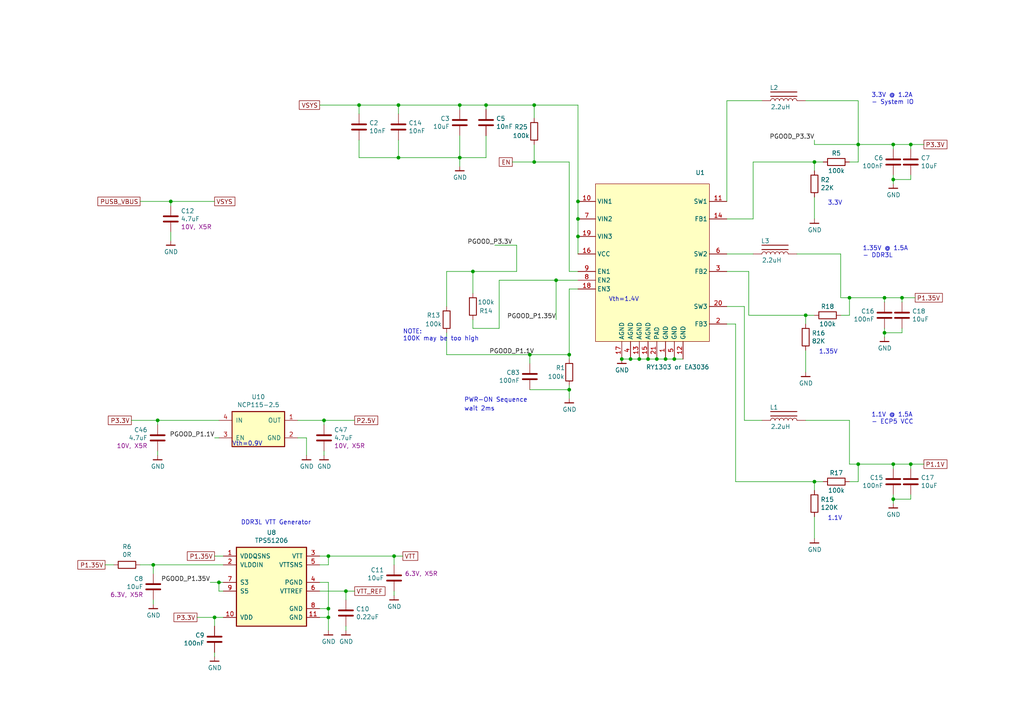
<source format=kicad_sch>
(kicad_sch (version 20231120) (generator "eeschema") (generator_version "8.0")
  (paper "A4")
  (title_block (date "2024-04-20"))
  (lib_symbols
    (symbol "0_L_1"
      (property "Reference" "L1" (at -2.794 2.794 0))
      (property "Value" "2.2uH" (at -2.54 -2.54 0))
      (symbol "0_L_1_0_1"
        (arc (start -1.905 0.635) (mid -2.354 0.449) (end -2.54 0))
        (arc (start -1.27 0) (mid -1.456 0.449) (end -1.905 0.635))
        (arc (start -0.635 0.635) (mid -1.084 0.449) (end -1.27 0))
        (arc (start 0 0) (mid -0.186 0.449) (end -0.635 0.635))
        (arc (start 0.635 0.635) (mid 0.186 0.449) (end 0 0))
        (arc (start 1.27 0) (mid 1.084 0.449) (end 0.635 0.635))
        (arc (start 1.905 0.635) (mid 1.456 0.449) (end 1.27 0))
        (arc (start 2.54 0) (mid 2.354 0.449) (end 1.905 0.635))
        (arc (start 3.175 0.635) (mid 2.726 0.449) (end 2.54 0))
        (arc (start 3.81 0) (mid 3.624 0.449) (end 3.175 0.635))
        (arc (start 4.445 0.635) (mid 3.996 0.449) (end 3.81 0))
        (arc (start 5.08 0) (mid 4.894 0.449) (end 4.445 0.635))
      )
      (symbol "0_L_1_1_0"
        (polyline (pts (xy -2.54 1.27) (xy 5.08 1.27)) (stroke (width 0.254)))
        (polyline (pts (xy 5.08 2.54) (xy -2.54 2.54)) (stroke (width 0.254)))
        (pin passive line (at 7.62 0 180) (length 2.54) (name "1") (number "1"))
        (pin passive line (at -5.08 0 0) (length 2.54) (name "2") (number "2"))
      )
    )
    (symbol "Device:C" (pin_numbers hide) (pin_names (offset 0.254))
      (property "Reference" "C" (at 0.635 2.54 0))
      (property "Value" "C" (at 0.635 -2.54 0))
      (symbol "C_0_1"
        (polyline (pts (xy -2.032 -0.762) (xy 2.032 -0.762)) (stroke (width 0.508)))
        (polyline (pts (xy -2.032 0.762) (xy 2.032 0.762)) (stroke (width 0.508)))
      )
      (symbol "C_1_1"
        (pin passive line (at 0 3.81 270) (length 2.794) (name "~") (number "1"))
        (pin passive line (at 0 -3.81 90) (length 2.794) (name "~") (number "2"))
      )
    )
    (symbol "Device:R" (pin_numbers hide) (pin_names (offset 0))
      (property "Reference" "R" (at 2.032 0 90))
      (property "Value" "R" (at 0 0 90))
      (symbol "R_0_1"
        (rectangle (start -1.016 -2.54) (end 1.016 2.54) (stroke (width 0.254)))
      )
      (symbol "R_1_1"
        (pin passive line (at 0 3.81 270) (length 1.27) (name "~") (number "1"))
        (pin passive line (at 0 -3.81 90) (length 1.27) (name "~") (number "2"))
      )
    )
    (symbol "OrangeCrab-rescue:GND-gkl_power" (power) (pin_names (offset 0))
      (property "Value" "GND-gkl_power" (at 0 -2.54 0))
      (symbol "GND-gkl_power_0_1"
        (polyline (pts (xy 0 -1.27) (xy 0 0)))
        (polyline (pts (xy 1.27 -1.27) (xy -1.27 -1.27)) (stroke (width 0.3048)))
      )
      (symbol "GND-gkl_power_1_1"
        (pin power_in line (at 0 0 270) (length 0) hide (name "GND") (number "1"))
      )
    )
    (symbol "OrangeCrab-rescue:NCP167-gkl_pmic" (pin_names (offset 1.016))
      (property "Reference" "U" (at 0 11.43 0))
      (property "Value" "gkl_pmic_NCP167" (at 0 8.89 0))
      (symbol "NCP167-gkl_pmic_0_1"
        (rectangle (start -7.62 5.08) (end 7.62 -5.08) (stroke (width 0.3048)) (fill (type background)))
      )
      (symbol "NCP167-gkl_pmic_1_1"
        (pin input line (at 11.43 2.54 180) (length 3.81) (name "OUT") (number "1"))
        (pin input line (at 11.43 -2.54 180) (length 3.81) (name "GND") (number "2"))
        (pin input line (at -11.43 -2.54 0) (length 3.81) (name "EN") (number "3"))
        (pin input line (at -11.43 2.54 0) (length 3.81) (name "IN") (number "4"))
      )
    )
    (symbol "OrangeCrab-rescue:TPS51206-gkl_pmic" (pin_names (offset 1.016))
      (property "Reference" "U" (at 0 16.51 0))
      (property "Value" "gkl_pmic_TPS51206" (at 0 13.97 0))
      (symbol "TPS51206-gkl_pmic_0_1"
        (rectangle (start -10.16 11.43) (end 10.16 -11.43) (stroke (width 0.3302)) (fill (type background)))
      )
      (symbol "TPS51206-gkl_pmic_1_1"
        (pin input line (at -13.97 8.89 0) (length 3.81) (name "VDDQSNS") (number "1"))
        (pin input line (at -13.97 -8.89 0) (length 3.81) (name "VDD") (number "10"))
        (pin input line (at 13.97 -8.89 180) (length 3.81) (name "GND") (number "11"))
        (pin input line (at -13.97 6.35 0) (length 3.81) (name "VLDOIN") (number "2"))
        (pin input line (at 13.97 8.89 180) (length 3.81) (name "VTT") (number "3"))
        (pin input line (at 13.97 1.27 180) (length 3.81) (name "PGND") (number "4"))
        (pin input line (at 13.97 6.35 180) (length 3.81) (name "VTTSNS") (number "5"))
        (pin input line (at 13.97 -1.27 180) (length 3.81) (name "VTTREF") (number "6"))
        (pin input line (at -13.97 1.27 0) (length 3.81) (name "S3") (number "7"))
        (pin input line (at 13.97 -6.35 180) (length 3.81) (name "GND") (number "8"))
        (pin input line (at -13.97 -1.27 0) (length 3.81) (name "S5") (number "9"))
      )
    )
    (symbol "Periph-altium-import:0_EA3036"
      (property "Value" "0_EA3036" (at 0 0 0))
      (symbol "0_EA3036_1_0"
        (rectangle (start 33.02 0) (end 0 -45.72) (fill (type background)))
        (pin passive line (at 12.7 -50.8 90) (length 5.08) (name "GND") (number "1"))
        (pin passive line (at 38.1 -5.08 180) (length 5.08) (name "VIN1") (number "10"))
        (pin passive line (at -5.08 -5.08 0) (length 5.08) (name "SW1") (number "11"))
        (pin passive line (at 7.62 -50.8 90) (length 5.08) (name "GND") (number "12"))
        (pin passive line (at 20.32 -50.8 90) (length 5.08) (name "AGND") (number "13"))
        (pin passive line (at -5.08 -10.16 0) (length 5.08) (name "FB1") (number "14"))
        (pin passive line (at 17.78 -50.8 90) (length 5.08) (name "AGND") (number "15"))
        (pin passive line (at 38.1 -20.32 180) (length 5.08) (name "VCC") (number "16"))
        (pin passive line (at 25.4 -50.8 90) (length 5.08) (name "AGND") (number "17"))
        (pin passive line (at 38.1 -30.48 180) (length 5.08) (name "EN3") (number "18"))
        (pin passive line (at 38.1 -15.24 180) (length 5.08) (name "VIN3") (number "19"))
        (pin passive line (at -5.08 -40.64 0) (length 5.08) (name "FB3") (number "2"))
        (pin passive line (at -5.08 -35.56 0) (length 5.08) (name "SW3") (number "20"))
        (pin passive line (at 15.24 -50.8 90) (length 5.08) (name "PAD") (number "21"))
        (pin passive line (at -5.08 -25.4 0) (length 5.08) (name "FB2") (number "3"))
        (pin passive line (at 22.86 -50.8 90) (length 5.08) (name "AGND") (number "4"))
        (pin passive line (at 10.16 -50.8 90) (length 5.08) (name "GND") (number "5"))
        (pin passive line (at -5.08 -20.32 0) (length 5.08) (name "SW2") (number "6"))
        (pin passive line (at 38.1 -10.16 180) (length 5.08) (name "VIN2") (number "7"))
        (pin passive line (at 38.1 -27.94 180) (length 5.08) (name "EN2") (number "8"))
        (pin passive line (at 38.1 -25.4 180) (length 5.08) (name "EN1") (number "9"))
      )
    )
  )
  (junction (at 246.38 86.36))
  (junction (at 154.94 46.99))
  (junction (at 259.08 144.78))
  (junction (at 264.16 134.62))
  (junction (at 259.08 41.91))
  (junction (at 256.54 86.36))
  (junction (at 165.1 113.03))
  (junction (at 193.04 104.14))
  (junction (at 154.94 30.48))
  (junction (at 153.67 102.87))
  (junction (at 236.22 139.7))
  (junction (at 44.45 163.83))
  (junction (at 63.5 168.91))
  (junction (at 195.58 104.14))
  (junction (at 190.5 104.14))
  (junction (at 100.33 171.45))
  (junction (at 264.16 41.91))
  (junction (at 104.14 30.48))
  (junction (at 95.25 176.53))
  (junction (at 233.68 91.44))
  (junction (at 133.35 45.72))
  (junction (at 165.1 102.87))
  (junction (at 115.57 30.48))
  (junction (at 261.62 86.36))
  (junction (at 140.97 30.48))
  (junction (at 248.92 41.91))
  (junction (at 137.16 78.74))
  (junction (at 115.57 45.72))
  (junction (at 185.42 104.14))
  (junction (at 49.53 58.42))
  (junction (at 62.23 179.07))
  (junction (at 167.64 68.58))
  (junction (at 236.22 46.99))
  (junction (at 187.96 104.14))
  (junction (at 259.08 52.07))
  (junction (at 182.88 104.14))
  (junction (at 256.54 96.52))
  (junction (at 248.92 134.62))
  (junction (at 259.08 134.62))
  (junction (at 95.25 161.29))
  (junction (at 167.64 58.42))
  (junction (at 161.29 81.28))
  (junction (at 95.25 179.07))
  (junction (at 45.72 121.92))
  (junction (at 114.3 161.29))
  (junction (at 167.64 63.5))
  (junction (at 180.34 104.14))
  (junction (at 133.35 30.48))
  (junction (at 93.98 121.92))
  (wire (pts (xy 64.77 168.91) (xy 63.5 168.91)))
  (wire (pts (xy 246.38 121.92) (xy 246.38 134.62)))
  (wire (pts (xy 154.94 46.99) (xy 165.1 46.99)))
  (wire (pts (xy 143.51 71.12) (xy 149.86 71.12)))
  (wire (pts (xy 236.22 49.53) (xy 236.22 46.99)))
  (wire (pts (xy 236.22 57.15) (xy 236.22 63.5)))
  (wire (pts (xy 233.68 101.6) (xy 233.68 107.95)))
  (wire (pts (xy 86.36 121.92) (xy 93.98 121.92)))
  (wire (pts (xy 167.64 83.82) (xy 165.1 83.82)))
  (wire (pts (xy 259.08 135.89) (xy 259.08 134.62)))
  (wire (pts (xy 63.5 171.45) (xy 63.5 168.91)))
  (wire (pts (xy 261.62 86.36) (xy 265.43 86.36)))
  (wire (pts (xy 144.78 81.28) (xy 144.78 95.25)))
  (wire (pts (xy 92.71 176.53) (xy 95.25 176.53)))
  (wire (pts (xy 62.23 179.07) (xy 62.23 181.61)))
  (wire (pts (xy 190.5 104.14) (xy 193.04 104.14)))
  (wire (pts (xy 246.38 134.62) (xy 248.92 134.62)))
  (wire (pts (xy 153.67 102.87) (xy 129.54 102.87)))
  (wire (pts (xy 165.1 113.03) (xy 165.1 115.57)))
  (wire (pts (xy 140.97 39.37) (xy 140.97 45.72)))
  (wire (pts (xy 63.5 168.91) (xy 60.96 168.91)))
  (wire (pts (xy 264.16 134.62) (xy 267.97 134.62)))
  (wire (pts (xy 264.16 144.78) (xy 259.08 144.78)))
  (wire (pts (xy 217.17 91.44) (xy 233.68 91.44)))
  (wire (pts (xy 140.97 45.72) (xy 133.35 45.72)))
  (wire (pts (xy 233.68 93.98) (xy 233.68 91.44)))
  (wire (pts (xy 231.14 73.66) (xy 243.84 73.66)))
  (wire (pts (xy 213.36 93.98) (xy 213.36 139.7)))
  (wire (pts (xy 64.77 179.07) (xy 62.23 179.07)))
  (wire (pts (xy 165.1 83.82) (xy 165.1 102.87)))
  (wire (pts (xy 62.23 190.5) (xy 62.23 189.23)))
  (wire (pts (xy 210.82 29.21) (xy 220.98 29.21)))
  (wire (pts (xy 114.3 172.72) (xy 114.3 171.45)))
  (wire (pts (xy 115.57 40.64) (xy 115.57 45.72)))
  (wire (pts (xy 259.08 50.8) (xy 259.08 52.07)))
  (wire (pts (xy 218.44 46.99) (xy 218.44 63.5)))
  (wire (pts (xy 215.9 88.9) (xy 210.82 88.9)))
  (wire (pts (xy 236.22 139.7) (xy 238.76 139.7)))
  (wire (pts (xy 154.94 30.48) (xy 140.97 30.48)))
  (wire (pts (xy 45.72 130.81) (xy 45.72 132.08)))
  (wire (pts (xy 62.23 58.42) (xy 49.53 58.42)))
  (wire (pts (xy 95.25 176.53) (xy 95.25 179.07)))
  (wire (pts (xy 114.3 161.29) (xy 116.84 161.29)))
  (wire (pts (xy 233.68 121.92) (xy 246.38 121.92)))
  (wire (pts (xy 104.14 30.48) (xy 104.14 33.02)))
  (wire (pts (xy 148.59 46.99) (xy 154.94 46.99)))
  (wire (pts (xy 165.1 78.74) (xy 167.64 78.74)))
  (wire (pts (xy 45.72 121.92) (xy 63.5 121.92)))
  (wire (pts (xy 236.22 149.86) (xy 236.22 156.21)))
  (wire (pts (xy 246.38 139.7) (xy 248.92 139.7)))
  (wire (pts (xy 92.71 179.07) (xy 95.25 179.07)))
  (wire (pts (xy 133.35 39.37) (xy 133.35 45.72)))
  (wire (pts (xy 213.36 139.7) (xy 236.22 139.7)))
  (wire (pts (xy 256.54 95.25) (xy 256.54 96.52)))
  (wire (pts (xy 167.64 58.42) (xy 167.64 30.48)))
  (wire (pts (xy 44.45 175.26) (xy 44.45 173.99)))
  (wire (pts (xy 264.16 143.51) (xy 264.16 144.78)))
  (wire (pts (xy 248.92 139.7) (xy 248.92 134.62)))
  (wire (pts (xy 92.71 171.45) (xy 100.33 171.45)))
  (wire (pts (xy 256.54 87.63) (xy 256.54 86.36)))
  (wire (pts (xy 259.08 52.07) (xy 259.08 53.34)))
  (wire (pts (xy 93.98 123.19) (xy 93.98 121.92)))
  (wire (pts (xy 153.67 102.87) (xy 153.67 105.41)))
  (wire (pts (xy 45.72 121.92) (xy 38.1 121.92)))
  (wire (pts (xy 149.86 78.74) (xy 137.16 78.74)))
  (wire (pts (xy 261.62 96.52) (xy 256.54 96.52)))
  (wire (pts (xy 167.64 63.5) (xy 167.64 68.58)))
  (wire (pts (xy 49.53 67.31) (xy 49.53 69.85)))
  (wire (pts (xy 100.33 182.88) (xy 100.33 181.61)))
  (wire (pts (xy 44.45 163.83) (xy 40.64 163.83)))
  (wire (pts (xy 49.53 58.42) (xy 49.53 59.69)))
  (wire (pts (xy 115.57 30.48) (xy 133.35 30.48)))
  (wire (pts (xy 104.14 40.64) (xy 104.14 45.72)))
  (wire (pts (xy 259.08 144.78) (xy 259.08 146.05)))
  (wire (pts (xy 180.34 104.14) (xy 182.88 104.14)))
  (wire (pts (xy 233.68 91.44) (xy 236.22 91.44)))
  (wire (pts (xy 115.57 45.72) (xy 104.14 45.72)))
  (wire (pts (xy 95.25 161.29) (xy 95.25 163.83)))
  (wire (pts (xy 165.1 102.87) (xy 165.1 104.14)))
  (wire (pts (xy 246.38 86.36) (xy 256.54 86.36)))
  (wire (pts (xy 140.97 31.75) (xy 140.97 30.48)))
  (wire (pts (xy 193.04 104.14) (xy 195.58 104.14)))
  (wire (pts (xy 215.9 121.92) (xy 215.9 88.9)))
  (wire (pts (xy 165.1 46.99) (xy 165.1 78.74)))
  (wire (pts (xy 259.08 43.18) (xy 259.08 41.91)))
  (wire (pts (xy 259.08 143.51) (xy 259.08 144.78)))
  (wire (pts (xy 210.82 78.74) (xy 217.17 78.74)))
  (wire (pts (xy 210.82 73.66) (xy 218.44 73.66)))
  (wire (pts (xy 95.25 179.07) (xy 95.25 182.88)))
  (wire (pts (xy 243.84 91.44) (xy 246.38 91.44)))
  (wire (pts (xy 133.35 30.48) (xy 140.97 30.48)))
  (wire (pts (xy 129.54 78.74) (xy 137.16 78.74)))
  (wire (pts (xy 137.16 85.09) (xy 137.16 78.74)))
  (wire (pts (xy 45.72 123.19) (xy 45.72 121.92)))
  (wire (pts (xy 129.54 88.9) (xy 129.54 78.74)))
  (wire (pts (xy 248.92 46.99) (xy 248.92 41.91)))
  (wire (pts (xy 86.36 127) (xy 88.9 127)))
  (wire (pts (xy 92.71 161.29) (xy 95.25 161.29)))
  (wire (pts (xy 100.33 171.45) (xy 102.87 171.45)))
  (wire (pts (xy 161.29 81.28) (xy 144.78 81.28)))
  (wire (pts (xy 246.38 91.44) (xy 246.38 86.36)))
  (wire (pts (xy 261.62 87.63) (xy 261.62 86.36)))
  (wire (pts (xy 264.16 43.18) (xy 264.16 41.91)))
  (wire (pts (xy 64.77 171.45) (xy 63.5 171.45)))
  (wire (pts (xy 149.86 71.12) (xy 149.86 78.74)))
  (wire (pts (xy 264.16 52.07) (xy 259.08 52.07)))
  (wire (pts (xy 264.16 50.8) (xy 264.16 52.07)))
  (wire (pts (xy 92.71 30.48) (xy 104.14 30.48)))
  (wire (pts (xy 259.08 41.91) (xy 264.16 41.91)))
  (wire (pts (xy 95.25 168.91) (xy 95.25 176.53)))
  (wire (pts (xy 246.38 46.99) (xy 248.92 46.99)))
  (wire (pts (xy 243.84 86.36) (xy 246.38 86.36)))
  (wire (pts (xy 185.42 104.14) (xy 187.96 104.14)))
  (wire (pts (xy 165.1 111.76) (xy 165.1 113.03)))
  (wire (pts (xy 187.96 104.14) (xy 190.5 104.14)))
  (wire (pts (xy 154.94 34.29) (xy 154.94 30.48)))
  (wire (pts (xy 93.98 130.81) (xy 93.98 132.08)))
  (wire (pts (xy 165.1 102.87) (xy 153.67 102.87)))
  (wire (pts (xy 236.22 142.24) (xy 236.22 139.7)))
  (wire (pts (xy 215.9 121.92) (xy 220.98 121.92)))
  (wire (pts (xy 256.54 96.52) (xy 256.54 97.79)))
  (wire (pts (xy 44.45 163.83) (xy 44.45 166.37)))
  (wire (pts (xy 133.35 45.72) (xy 115.57 45.72)))
  (wire (pts (xy 167.64 68.58) (xy 167.64 73.66)))
  (wire (pts (xy 62.23 179.07) (xy 57.15 179.07)))
  (wire (pts (xy 88.9 127) (xy 88.9 132.08)))
  (wire (pts (xy 153.67 113.03) (xy 165.1 113.03)))
  (wire (pts (xy 218.44 46.99) (xy 236.22 46.99)))
  (wire (pts (xy 161.29 81.28) (xy 167.64 81.28)))
  (wire (pts (xy 62.23 161.29) (xy 64.77 161.29)))
  (wire (pts (xy 114.3 161.29) (xy 114.3 163.83)))
  (wire (pts (xy 137.16 95.25) (xy 137.16 92.71)))
  (wire (pts (xy 115.57 30.48) (xy 115.57 33.02)))
  (wire (pts (xy 92.71 168.91) (xy 95.25 168.91)))
  (wire (pts (xy 40.64 58.42) (xy 49.53 58.42)))
  (wire (pts (xy 144.78 95.25) (xy 137.16 95.25)))
  (wire (pts (xy 133.35 31.75) (xy 133.35 30.48)))
  (wire (pts (xy 236.22 41.91) (xy 248.92 41.91)))
  (wire (pts (xy 44.45 163.83) (xy 64.77 163.83)))
  (wire (pts (xy 95.25 163.83) (xy 92.71 163.83)))
  (wire (pts (xy 259.08 134.62) (xy 264.16 134.62)))
  (wire (pts (xy 100.33 173.99) (xy 100.33 171.45)))
  (wire (pts (xy 154.94 30.48) (xy 167.64 30.48)))
  (wire (pts (xy 129.54 102.87) (xy 129.54 96.52)))
  (wire (pts (xy 167.64 58.42) (xy 167.64 63.5)))
  (wire (pts (xy 248.92 41.91) (xy 259.08 41.91)))
  (wire (pts (xy 104.14 30.48) (xy 115.57 30.48)))
  (wire (pts (xy 210.82 93.98) (xy 213.36 93.98)))
  (wire (pts (xy 248.92 134.62) (xy 259.08 134.62)))
  (wire (pts (xy 195.58 104.14) (xy 198.12 104.14)))
  (wire (pts (xy 261.62 95.25) (xy 261.62 96.52)))
  (wire (pts (xy 63.5 127) (xy 62.23 127)))
  (wire (pts (xy 93.98 121.92) (xy 102.87 121.92)))
  (wire (pts (xy 264.16 41.91) (xy 267.97 41.91)))
  (wire (pts (xy 95.25 161.29) (xy 114.3 161.29)))
  (wire (pts (xy 133.35 45.72) (xy 133.35 48.26)))
  (wire (pts (xy 243.84 73.66) (xy 243.84 86.36)))
  (wire (pts (xy 248.92 29.21) (xy 248.92 41.91)))
  (wire (pts (xy 182.88 104.14) (xy 185.42 104.14)))
  (wire (pts (xy 33.02 163.83) (xy 30.48 163.83)))
  (wire (pts (xy 233.68 29.21) (xy 248.92 29.21)))
  (wire (pts (xy 256.54 86.36) (xy 261.62 86.36)))
  (wire (pts (xy 236.22 40.64) (xy 236.22 41.91)))
  (wire (pts (xy 264.16 135.89) (xy 264.16 134.62)))
  (wire (pts (xy 154.94 41.91) (xy 154.94 46.99)))
  (wire (pts (xy 161.29 92.71) (xy 161.29 81.28)))
  (wire (pts (xy 210.82 29.21) (xy 210.82 58.42)))
  (wire (pts (xy 236.22 46.99) (xy 238.76 46.99)))
  (wire (pts (xy 218.44 63.5) (xy 210.82 63.5)))
  (wire (pts (xy 217.17 78.74) (xy 217.17 91.44)))
  (text "1.1V @ 1.5A\n- ECP5 VCC\n" (at 252.73 123.19 0) (effects (font (size 1.27 1.27)) (justify left bottom)))
  (text "PWR-ON Sequence" (at 134.62 116.84 0) (effects (font (size 1.27 1.27)) (justify left bottom)))
  (text "NOTE:\n100K may be too high" (at 116.84 99.06 0) (effects (font (size 1.27 1.27)) (justify left bottom)))
  (text "1.35V @ 1.5A\n- DDR3L" (at 250.19 74.93 0) (effects (font (size 1.27 1.27)) (justify left bottom)))
  (text "DDR3L VTT Generator" (at 69.85 152.4 0) (effects (font (size 1.27 1.27)) (justify left bottom)))
  (text "1.1V" (at 240.03 151.13 0) (effects (font (size 1.27 1.27)) (justify left bottom)))
  (text "3.3V @ 1.2A\n- System IO\n" (at 252.73 30.48 0) (effects (font (size 1.27 1.27)) (justify left bottom)))
  (text "3.3V" (at 240.03 59.69 0) (effects (font (size 1.27 1.27)) (justify left bottom)))
  (text "wait 2ms" (at 134.62 119.38 0) (effects (font (size 1.27 1.27)) (justify left bottom)))
  (text "Vth=1.4V" (at 176.53 87.63 0) (effects (font (size 1.27 1.27)) (justify left bottom)))
  (text "1.35V" (at 237.49 102.87 0) (effects (font (size 1.27 1.27)) (justify left bottom)))
  (text "Vth=0.9V" (at 67.31 129.54 0) (effects (font (size 1.27 1.27)) (justify left bottom)))
  (label "PGOOD_P3.3V" (at 236.22 40.64 180))
  (label "PGOOD_P1.1V" (at 62.23 127 180))
  (label "PGOOD_P1.1V" (at 154.94 102.87 180))
  (label "PGOOD_P1.35V" (at 161.29 92.71 180))
  (label "PGOOD_P3.3V" (at 148.59 71.12 180))
  (label "PGOOD_P1.35V" (at 60.96 168.91 180))
  (global_label "P3.3V" (shape passive) (at 267.97 41.91 0) (property "Intersheetrefs" "${INTERSHEET_REFS}" (effects (hide yes))))
  (global_label "P1.35V" (shape passive) (at 62.23 161.29 180) (property "Intersheetrefs" "${INTERSHEET_REFS}" (effects (hide yes))))
  (global_label "P3.3V" (shape passive) (at 38.1 121.92 180) (property "Intersheetrefs" "${INTERSHEET_REFS}" (effects (hide yes))))
  (global_label "VTT" (shape passive) (at 116.84 161.29 0) (property "Intersheetrefs" "${INTERSHEET_REFS}" (effects (hide yes))))
  (global_label "P1.35V" (shape passive) (at 265.43 86.36 0) (property "Intersheetrefs" "${INTERSHEET_REFS}" (effects (hide yes))))
  (global_label "PUSB_VBUS" (shape passive) (at 40.64 58.42 180) (property "Intersheetrefs" "${INTERSHEET_REFS}" (effects (hide yes))))
  (global_label "P3.3V" (shape passive) (at 57.15 179.07 180) (property "Intersheetrefs" "${INTERSHEET_REFS}" (effects (hide yes))))
  (global_label "VSYS" (shape passive) (at 62.23 58.42 0) (property "Intersheetrefs" "${INTERSHEET_REFS}" (effects (hide yes))))
  (global_label "P2.5V" (shape passive) (at 102.87 121.92 0) (property "Intersheetrefs" "${INTERSHEET_REFS}" (effects (hide yes))))
  (global_label "P1.1V" (shape passive) (at 267.97 134.62 0) (property "Intersheetrefs" "${INTERSHEET_REFS}" (effects (hide yes))))
  (global_label "P1.35V" (shape passive) (at 30.48 163.83 180) (property "Intersheetrefs" "${INTERSHEET_REFS}" (effects (hide yes))))
  (global_label "VSYS" (shape passive) (at 92.71 30.48 180) (property "Intersheetrefs" "${INTERSHEET_REFS}" (effects (hide yes))))
  (global_label "EN" (shape passive) (at 148.59 46.99 180) (property "Intersheetrefs" "${INTERSHEET_REFS}" (effects (hide yes))))
  (global_label "VTT_REF" (shape passive) (at 102.87 171.45 0) (property "Intersheetrefs" "${INTERSHEET_REFS}" (effects (hide yes))))
  (symbol (lib_id "Device:R") (at 236.22 53.34 0) (unit 1)
    (property "Reference" "R2" (at 237.998 52.1716 0) (effects (justify left)))
    (property "Value" "22K" (at 237.998 54.483 0) (effects (justify left)))
    (property "Footprint" "Resistor_SMD:R_0201_0603Metric" (effects (hide yes)))
    (property "Mfg" "‎Yageo‎" (effects (hide yes)))
  )
  (symbol (lib_id "Device:R") (at 242.57 46.99 270) (unit 1)
    (property "Reference" "R5" (at 242.57 44.45 90))
    (property "Value" "100k" (at 242.57 49.53 90))
    (property "Footprint" "Resistor_SMD:R_0201_0603Metric" (effects (hide yes)))
    (property "Mfg" "‎Yageo‎" (effects (hide yes)))
    (property "PN" "RC0201FR-07100KL" (effects (hide yes)))
  )
  (symbol (lib_id "OrangeCrab-rescue:GND-gkl_power") (at 259.08 53.34 0) (unit 1)
    (property "Reference" "#PWR0109" (effects (hide yes)))
    (property "Value" "GND" (at 259.1562 56.5404 0))
  )
  (symbol (lib_id "Device:C") (at 264.16 46.99 180) (unit 1)
    (property "Reference" "C7" (at 267.081 45.8216 0) (effects (justify right)))
    (property "Value" "10uF" (at 267.081 48.133 0) (effects (justify right)))
    (property "Footprint" "Capacitor_SMD:C_0402_1005Metric" (effects (hide yes)))
    (property "Mfg" "Murata Electronics North America" (effects (hide yes)))
    (property "PN" "GRM155R60J106ME15D" (effects (hide yes)))
  )
  (symbol (lib_id "OrangeCrab-rescue:GND-gkl_power") (at 236.22 63.5 0) (unit 1)
    (property "Reference" "#PWR0111" (effects (hide yes)))
    (property "Value" "GND" (at 236.2962 66.7004 0))
  )
  (symbol (lib_id "OrangeCrab-rescue:TPS51206-gkl_pmic") (at 78.74 170.18 0) (unit 1)
    (property "Reference" "U8" (at 78.74 154.4574 0))
    (property "Value" "TPS51206" (at 78.74 156.7688 0))
    (property "Footprint" "gkl_housings_dfn:WSON-10-1EP_2x2mm_P0.4mm" (effects (hide yes)))
    (property "PN" "TPS51206DSQR" (effects (hide yes)))
    (property "Mfg" "Texas Instruments" (effects (hide yes)))
  )
  (symbol (lib_id "Device:C") (at 44.45 170.18 0) (mirror x) (unit 1)
    (property "Reference" "C8" (at 41.5544 167.8686 0) (effects (justify right)))
    (property "Value" "10uF" (at 41.5544 170.18 0) (effects (justify right)))
    (property "Footprint" "Capacitor_SMD:C_0402_1005Metric" (effects (hide yes)))
    (property "Info" "6.3V, X5R" (at 41.5544 172.4914 0) (effects (justify right)))
    (property "Mfg" "Murata Electronics North America" (effects (hide yes)))
    (property "PN" "GRM155R60J106ME15D" (effects (hide yes)))
  )
  (symbol (lib_id "Device:R") (at 36.83 163.83 270) (unit 1)
    (property "Reference" "R6" (at 36.83 158.5722 90))
    (property "Value" "0R" (at 36.83 160.8836 90))
    (property "Footprint" "Resistor_SMD:R_0402_1005Metric" (effects (hide yes)))
    (property "Mfg" "‎Yageo‎" (effects (hide yes)))
    (property "PN" "RC0402FR-070RL" (effects (hide yes)))
  )
  (symbol (lib_id "OrangeCrab-rescue:GND-gkl_power") (at 44.45 175.26 0) (unit 1)
    (property "Reference" "#PWR0114" (effects (hide yes)))
    (property "Value" "GND" (at 44.5262 178.4604 0))
  )
  (symbol (lib_id "OrangeCrab-rescue:GND-gkl_power") (at 62.23 190.5 0) (unit 1)
    (property "Reference" "#PWR0115" (effects (hide yes)))
    (property "Value" "GND" (at 62.3062 193.7004 0))
  )
  (symbol (lib_id "OrangeCrab-rescue:GND-gkl_power") (at 95.25 182.88 0) (unit 1)
    (property "Reference" "#PWR0116" (effects (hide yes)))
    (property "Value" "GND" (at 95.3262 186.0804 0))
  )
  (symbol (lib_id "OrangeCrab-rescue:GND-gkl_power") (at 100.33 182.88 0) (unit 1)
    (property "Reference" "#PWR0117" (effects (hide yes)))
    (property "Value" "GND" (at 100.4062 186.0804 0))
  )
  (symbol (lib_id "Device:C") (at 114.3 167.64 0) (mirror x) (unit 1)
    (property "Reference" "C11" (at 111.4044 165.3286 0) (effects (justify right)))
    (property "Value" "10uF" (at 111.4044 167.64 0) (effects (justify right)))
    (property "Footprint" "Capacitor_SMD:C_0402_1005Metric" (effects (hide yes)))
    (property "Info" "6.3V, X5R" (at 127 166.37 0) (effects (justify right)))
    (property "Mfg" "Murata Electronics North America" (effects (hide yes)))
    (property "PN" "GRM155R60J106ME15D" (effects (hide yes)))
  )
  (symbol (lib_id "OrangeCrab-rescue:GND-gkl_power") (at 114.3 172.72 0) (unit 1)
    (property "Reference" "#PWR0118" (effects (hide yes)))
    (property "Value" "GND" (at 114.3762 175.9204 0))
  )
  (symbol (lib_id "Device:C") (at 100.33 177.8 180) (unit 1)
    (property "Reference" "C10" (at 103.251 176.6316 0) (effects (justify right)))
    (property "Value" "0.22uF" (at 103.251 178.943 0) (effects (justify right)))
    (property "Footprint" "Capacitor_SMD:C_0201_0603Metric" (effects (hide yes)))
    (property "Mfg" "Samsung Electro-Mechanics" (effects (hide yes)))
    (property "PN" "CL03A224MQ3NNNC" (effects (hide yes)))
  )
  (symbol (lib_id "Device:C") (at 62.23 185.42 0) (mirror x) (unit 1)
    (property "Reference" "C9" (at 59.3344 184.2516 0) (effects (justify right)))
    (property "Value" "100nF" (at 59.3344 186.563 0) (effects (justify right)))
    (property "Footprint" "Capacitor_SMD:C_0201_0603Metric" (effects (hide yes)))
    (property "Mfg" "Samsung Electro-Mechanics" (effects (hide yes)))
    (property "PN" "CL03A104KQ3NNNC" (effects (hide yes)))
  )
  (symbol (lib_id "Device:C") (at 49.53 63.5 0) (unit 1)
    (property "Reference" "C12" (at 52.451 61.1886 0) (effects (justify left)))
    (property "Value" "4.7uF" (at 52.451 63.5 0) (effects (justify left)))
    (property "Footprint" "Capacitor_SMD:C_0402_1005Metric" (effects (hide yes)))
    (property "Info" "10V, X5R" (at 52.451 65.8114 0) (effects (justify left)))
    (property "Mfg" "Murata Electronics North America" (effects (hide yes)))
    (property "PN" "GRM155R61A475MEAAD" (effects (hide yes)))
  )
  (symbol (lib_id "OrangeCrab-rescue:GND-gkl_power") (at 49.53 69.85 0) (unit 1)
    (property "Reference" "#PWR0124" (effects (hide yes)))
    (property "Value" "GND" (at 49.6062 73.0504 0))
  )
  (symbol (lib_id "Device:R") (at 233.68 97.79 0) (unit 1)
    (property "Reference" "R16" (at 235.458 96.6216 0) (effects (justify left)))
    (property "Value" "82K" (at 235.458 98.933 0) (effects (justify left)))
    (property "Footprint" "Resistor_SMD:R_0201_0603Metric" (effects (hide yes)))
    (property "Mfg" "‎Yageo‎" (effects (hide yes)))
  )
  (symbol (lib_id "Device:R") (at 240.03 91.44 270) (unit 1)
    (property "Reference" "R18" (at 240.03 88.9 90))
    (property "Value" "100k" (at 240.03 93.98 90))
    (property "Footprint" "Resistor_SMD:R_0201_0603Metric" (effects (hide yes)))
    (property "Mfg" "‎Yageo‎" (effects (hide yes)))
    (property "PN" "RC0201FR-07100KL" (effects (hide yes)))
  )
  (symbol (lib_id "OrangeCrab-rescue:GND-gkl_power") (at 256.54 97.79 0) (unit 1)
    (property "Reference" "#PWR0102" (effects (hide yes)))
    (property "Value" "GND" (at 256.6162 100.9904 0))
  )
  (symbol (lib_id "Device:C") (at 261.62 91.44 180) (unit 1)
    (property "Reference" "C18" (at 264.541 90.2716 0) (effects (justify right)))
    (property "Value" "10uF" (at 264.541 92.583 0) (effects (justify right)))
    (property "Footprint" "Capacitor_SMD:C_0402_1005Metric" (effects (hide yes)))
    (property "Mfg" "Murata Electronics North America" (effects (hide yes)))
    (property "PN" "GRM155R60J106ME15D" (effects (hide yes)))
  )
  (symbol (lib_id "Device:R") (at 137.16 88.9 0) (mirror y) (unit 1)
    (property "Reference" "R14" (at 140.97 90.17 0))
    (property "Value" "100k" (at 140.97 87.63 0))
    (property "Footprint" "Resistor_SMD:R_0201_0603Metric" (effects (hide yes)))
    (property "Mfg" "‎Yageo‎" (effects (hide yes)))
    (property "PN" "RC0201FR-07100KL" (effects (hide yes)))
  )
  (symbol (lib_id "OrangeCrab-rescue:GND-gkl_power") (at 233.68 107.95 0) (unit 1)
    (property "Reference" "#PWR0106" (effects (hide yes)))
    (property "Value" "GND" (at 233.7562 111.1504 0))
  )
  (symbol (lib_id "Device:R") (at 236.22 146.05 0) (unit 1)
    (property "Reference" "R15" (at 237.998 144.8816 0) (effects (justify left)))
    (property "Value" "120K" (at 237.998 147.193 0) (effects (justify left)))
    (property "Footprint" "Resistor_SMD:R_0201_0603Metric" (effects (hide yes)))
    (property "Mfg" "‎Yageo‎" (effects (hide yes)))
  )
  (symbol (lib_id "Device:R") (at 242.57 139.7 270) (unit 1)
    (property "Reference" "R17" (at 242.57 137.16 90))
    (property "Value" "100k" (at 242.57 142.24 90))
    (property "Footprint" "Resistor_SMD:R_0201_0603Metric" (effects (hide yes)))
    (property "Mfg" "‎Yageo‎" (effects (hide yes)))
    (property "PN" "RC0201FR-07100KL" (effects (hide yes)))
  )
  (symbol (lib_id "OrangeCrab-rescue:GND-gkl_power") (at 259.08 146.05 0) (unit 1)
    (property "Reference" "#PWR0112" (effects (hide yes)))
    (property "Value" "GND" (at 259.1562 149.2504 0))
  )
  (symbol (lib_id "Device:C") (at 264.16 139.7 180) (unit 1)
    (property "Reference" "C17" (at 267.081 138.5316 0) (effects (justify right)))
    (property "Value" "10uF" (at 267.081 140.843 0) (effects (justify right)))
    (property "Footprint" "Capacitor_SMD:C_0402_1005Metric" (effects (hide yes)))
    (property "Mfg" "Murata Electronics North America" (effects (hide yes)))
    (property "PN" "GRM155R60J106ME15D" (effects (hide yes)))
  )
  (symbol (lib_id "OrangeCrab-rescue:GND-gkl_power") (at 133.35 48.26 0) (unit 1)
    (property "Reference" "#PWR0113" (effects (hide yes)))
    (property "Value" "GND" (at 133.4262 51.4604 0))
  )
  (symbol (lib_id "OrangeCrab-rescue:GND-gkl_power") (at 236.22 156.21 0) (unit 1)
    (property "Reference" "#PWR0119" (effects (hide yes)))
    (property "Value" "GND" (at 236.2962 159.4104 0))
  )
  (symbol (lib_id "Device:C") (at 133.35 35.56 0) (mirror x) (unit 1)
    (property "Reference" "C3" (at 130.4544 34.3916 0) (effects (justify right)))
    (property "Value" "10uF" (at 130.4544 36.703 0) (effects (justify right)))
    (property "Footprint" "Capacitor_SMD:C_0603_1608Metric" (effects (hide yes)))
    (property "Mfg" "Taiyo Yuden" (effects (hide yes)))
    (property "PN" "LMK107BBJ106MALT" (effects (hide yes)))
  )
  (symbol (lib_id "Device:C") (at 140.97 35.56 180) (unit 1)
    (property "Reference" "C5" (at 143.891 34.3916 0) (effects (justify right)))
    (property "Value" "10nF" (at 143.891 36.703 0) (effects (justify right)))
    (property "Footprint" "Capacitor_SMD:C_0201_0603Metric" (effects (hide yes)))
    (property "Mfg" "Samsung Electro-Mechanics" (effects (hide yes)))
    (property "PN" "GRM033R61C103KA12D" (effects (hide yes)))
  )
  (symbol (lib_id "OrangeCrab-rescue:NCP167-gkl_pmic") (at 74.93 124.46 0) (unit 1)
    (property "Reference" "U10" (at 74.93 115.1128 0))
    (property "Value" "NCP115-2.5" (at 74.93 117.4242 0))
    (property "Footprint" "gkl_housings_son:X2SON_4_1.0x1.0mm" (effects (hide yes)))
    (property "PN" "NCP115CMX250TCG" (effects (hide yes)))
    (property "Mfg" "ON Semiconductor" (effects (hide yes)))
  )
  (symbol (lib_id "Device:C") (at 45.72 127 0) (mirror y) (unit 1)
    (property "Reference" "C46" (at 42.799 124.6886 0) (effects (justify left)))
    (property "Value" "4.7uF" (at 42.799 127 0) (effects (justify left)))
    (property "Footprint" "Capacitor_SMD:C_0402_1005Metric" (effects (hide yes)))
    (property "Info" "10V, X5R" (at 42.799 129.3114 0) (effects (justify left)))
    (property "Mfg" "Murata Electronics North America" (effects (hide yes)))
    (property "PN" "GRM155R61A475MEAAD" (effects (hide yes)))
  )
  (symbol (lib_id "Device:C") (at 93.98 127 0) (unit 1)
    (property "Reference" "C47" (at 96.901 124.6886 0) (effects (justify left)))
    (property "Value" "4.7uF" (at 96.901 127 0) (effects (justify left)))
    (property "Footprint" "Capacitor_SMD:C_0402_1005Metric" (effects (hide yes)))
    (property "Info" "10V, X5R" (at 96.901 129.3114 0) (effects (justify left)))
    (property "Mfg" "Murata Electronics North America" (effects (hide yes)))
    (property "PN" "GRM155R61A475MEAAD" (effects (hide yes)))
  )
  (symbol (lib_id "OrangeCrab-rescue:GND-gkl_power") (at 45.72 132.08 0) (unit 1)
    (property "Reference" "#PWR0145" (effects (hide yes)))
    (property "Value" "GND" (at 45.7962 135.2804 0))
  )
  (symbol (lib_id "OrangeCrab-rescue:GND-gkl_power") (at 93.98 132.08 0) (unit 1)
    (property "Reference" "#PWR0146" (effects (hide yes)))
    (property "Value" "GND" (at 94.0562 135.2804 0))
  )
  (symbol (lib_id "OrangeCrab-rescue:GND-gkl_power") (at 88.9 132.08 0) (unit 1)
    (property "Reference" "#PWR0147" (effects (hide yes)))
    (property "Value" "GND" (at 88.9762 135.2804 0))
  )
  (symbol (lib_id "Device:R") (at 154.94 38.1 0) (mirror x) (unit 1)
    (property "Reference" "R25" (at 151.13 36.83 0))
    (property "Value" "100k" (at 151.13 39.37 0))
    (property "Footprint" "Resistor_SMD:R_0201_0603Metric" (effects (hide yes)))
    (property "Mfg" "‎Yageo‎" (effects (hide yes)))
    (property "PN" "RC0201FR-07100KL" (effects (hide yes)))
  )
  (symbol (lib_id "OrangeCrab-rescue:GND-gkl_power") (at 180.34 104.14 0) (unit 1)
    (property "Reference" "#PWR011" (effects (hide yes)))
    (property "Value" "GND" (at 180.4162 107.3404 0))
  )
  (symbol (lib_id "Device:C") (at 115.57 36.83 180) (unit 1)
    (property "Reference" "C14" (at 118.491 35.6616 0) (effects (justify right)))
    (property "Value" "10nF" (at 118.491 37.973 0) (effects (justify right)))
    (property "Footprint" "Capacitor_SMD:C_0201_0603Metric" (effects (hide yes)))
    (property "Mfg" "Samsung Electro-Mechanics" (effects (hide yes)))
    (property "PN" "GRM033R61C103KA12D" (effects (hide yes)))
  )
  (symbol (lib_id "Device:C") (at 256.54 91.44 0) (mirror x) (unit 1)
    (property "Reference" "C16" (at 253.6444 90.2716 0) (effects (justify right)))
    (property "Value" "100nF" (at 253.6444 92.583 0) (effects (justify right)))
    (property "Footprint" "Capacitor_SMD:C_0201_0603Metric" (effects (hide yes)))
    (property "Mfg" "Samsung Electro-Mechanics" (effects (hide yes)))
    (property "PN" "CL03A104KQ3NNNC" (effects (hide yes)))
  )
  (symbol (lib_id "Device:C") (at 104.14 36.83 180) (unit 1)
    (property "Reference" "C2" (at 107.061 35.6616 0) (effects (justify right)))
    (property "Value" "10nF" (at 107.061 37.973 0) (effects (justify right)))
    (property "Footprint" "Capacitor_SMD:C_0201_0603Metric" (effects (hide yes)))
    (property "Mfg" "Samsung Electro-Mechanics" (effects (hide yes)))
    (property "PN" "GRM033R61C103KA12D" (effects (hide yes)))
  )
  (symbol (lib_name "0_L_1") (lib_id "Periph-altium-import:0_L") (at 226.06 29.21 0) (unit 1)
    (property "Reference" "L2" (at 223.266 26.162 0) (effects (justify left bottom)))
    (property "Value" "2.2uH" (at 223.52 31.75 0) (effects (justify left bottom)))
    (property "Footprint" "Library:Murata_DFE201612P-2R2M=P2" (effects (hide yes)))
    (property "LCSC Part Number" "C79317" (effects (hide yes)))
    (instances (project "FPGA_board" (path "" (reference "L2") (unit 1))) (project "MQ_mod" (path "" (reference "L1") (unit 1))))
  )
  (symbol (lib_id "Device:R") (at 129.54 92.71 0) (mirror x) (unit 1)
    (property "Reference" "R13" (at 125.73 91.44 0))
    (property "Value" "100k" (at 125.73 93.98 0))
    (property "Footprint" "Resistor_SMD:R_0201_0603Metric" (effects (hide yes)))
    (property "Mfg" "‎Yageo‎" (effects (hide yes)))
    (property "PN" "RC0201FR-07100KL" (effects (hide yes)))
  )
  (symbol (lib_id "Periph-altium-import:0_EA3036") (at 205.74 53.34 0) (mirror y) (unit 1)
    (property "Reference" "U1" (at 204.47 50.8 0) (effects (justify left bottom)))
    (property "Value" "RY1303 or EA3036" (at 205.74 107.188 0) (effects (justify left bottom)))
    (property "Footprint" "Package_DFN_QFN:QFN-20-1EP_3x3mm_P0.4mm_EP1.65x1.65mm" (effects (hide yes)))
    (property "PN" "EA3036CQBR" (effects (hide yes)))
    (property "Mfg" "Everanalog IC design" (effects (hide yes)))
    (instances (project "FPGA_board" (path "" (reference "U1") (unit 1))) (project "MQ_mod" (path "" (reference "U3") (unit 1))))
  )
  (symbol (lib_id "OrangeCrab-rescue:GND-gkl_power") (at 165.1 115.57 0) (unit 1)
    (property "Reference" "#PWR012" (effects (hide yes)))
    (property "Value" "GND" (at 165.1762 118.7704 0))
  )
  (symbol (lib_id "Device:C") (at 259.08 139.7 0) (mirror x) (unit 1)
    (property "Reference" "C15" (at 256.1844 138.5316 0) (effects (justify right)))
    (property "Value" "100nF" (at 256.1844 140.843 0) (effects (justify right)))
    (property "Footprint" "Capacitor_SMD:C_0201_0603Metric" (effects (hide yes)))
    (property "Mfg" "Samsung Electro-Mechanics" (effects (hide yes)))
    (property "PN" "CL03A104KQ3NNNC" (effects (hide yes)))
  )
  (symbol (lib_id "Device:C") (at 153.67 109.22 0) (mirror x) (unit 1)
    (property "Reference" "C83" (at 150.7744 108.0516 0) (effects (justify right)))
    (property "Value" "100nF" (at 150.7744 110.363 0) (effects (justify right)))
    (property "Footprint" "Capacitor_SMD:C_0201_0603Metric" (effects (hide yes)))
    (property "Mfg" "Samsung Electro-Mechanics" (effects (hide yes)))
    (property "PN" "CL03A104KQ3NNNC" (effects (hide yes)))
  )
  (symbol (lib_name "0_L_1") (lib_id "Periph-altium-import:0_L") (at 226.06 121.92 0) (unit 1)
    (property "Reference" "L1" (at 223.266 118.872 0) (effects (justify left bottom)))
    (property "Value" "2.2uH" (at 223.52 124.46 0) (effects (justify left bottom)))
    (property "Footprint" "Library:Murata_DFE201612P-2R2M=P2" (effects (hide yes)))
    (property "LCSC Part Number" "C79317" (effects (hide yes)))
  )
  (symbol (lib_id "Device:C") (at 259.08 46.99 0) (mirror x) (unit 1)
    (property "Reference" "C6" (at 256.1844 45.8216 0) (effects (justify right)))
    (property "Value" "100nF" (at 256.1844 48.133 0) (effects (justify right)))
    (property "Footprint" "Capacitor_SMD:C_0201_0603Metric" (effects (hide yes)))
    (property "Mfg" "Samsung Electro-Mechanics" (effects (hide yes)))
    (property "PN" "CL03A104KQ3NNNC" (effects (hide yes)))
  )
  (symbol (lib_name "0_L_1") (lib_id "Periph-altium-import:0_L") (at 223.52 73.66 0) (unit 1)
    (property "Reference" "L3" (at 220.726 70.612 0) (effects (justify left bottom)))
    (property "Value" "2.2uH" (at 220.98 76.2 0) (effects (justify left bottom)))
    (property "Footprint" "Library:Murata_DFE201612P-2R2M=P2" (effects (hide yes)))
    (property "LCSC Part Number" "C79317" (effects (hide yes)))
    (instances (project "FPGA_board" (path "" (reference "L3") (unit 1))) (project "MQ_mod" (path "" (reference "L1") (unit 1))))
  )
  (symbol (lib_id "Device:R") (at 165.1 107.95 0) (mirror x) (unit 1)
    (property "Reference" "R1" (at 162.56 106.68 0))
    (property "Value" "100k" (at 161.29 109.22 0))
    (property "Footprint" "Resistor_SMD:R_0201_0603Metric" (effects (hide yes)))
    (property "Mfg" "‎Yageo‎" (effects (hide yes)))
    (property "PN" "RC0201FR-07100KL" (effects (hide yes)))
  )
)
</source>
